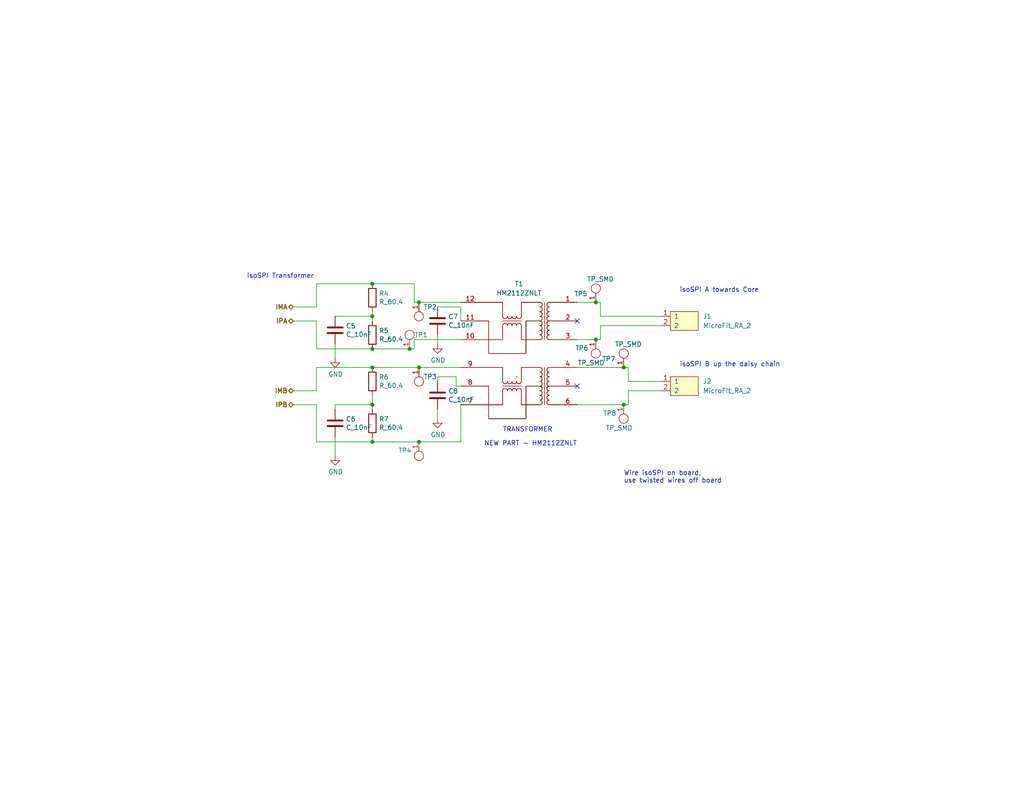
<source format=kicad_sch>
(kicad_sch (version 20230121) (generator eeschema)
  (paper "A")
  (title_block (title "MkVI BMS Cell Supervisory Circuit") (date "2022-12-04") (rev "0") (company "Olin Electric Motorsports") (comment 1 "Melissa Kazazic and Dasha Chadiuk"))
  (lib_symbols
    (symbol "OEM:10nF" (pin_numbers hide) (pin_names (offset 0.254))
      (property "Reference" "C" (at 0.635 2.54 0))
      (property "Value" "10nF" (at 0.635 -2.54 0))
      (symbol "10nF_0_1"
        (polyline (pts (xy -2.032 -0.762) (xy 2.032 -0.762)) (stroke (width 0.508)))
        (polyline (pts (xy -2.032 0.762) (xy 2.032 0.762)) (stroke (width 0.508)))
      )
      (symbol "10nF_1_1"
        (pin passive line (at 0 3.81 270) (length 2.794) (name "~") (number "1"))
        (pin passive line (at 0 -3.81 90) (length 2.794) (name "~") (number "2"))
      )
    )
    (symbol "OEM:60R4" (pin_numbers hide) (pin_names (offset 0))
      (property "Reference" "R" (at 2.032 0 90))
      (property "Value" "60R4" (at 0 0 90))
      (symbol "60R4_0_1"
        (rectangle (start -1.016 -2.54) (end 1.016 2.54) (stroke (width 0.254)))
      )
      (symbol "60R4_1_1"
        (pin passive line (at 0 3.81 270) (length 1.27) (name "~") (number "1"))
        (pin passive line (at 0 -3.81 90) (length 1.27) (name "~") (number "2"))
      )
    )
    (symbol "OEM:HM2112ZNLT" (pin_names (offset 0.762))
      (property "Reference" "T" (at -5.08 27.94 0))
      (property "Value" "HM2112ZNLT" (at -5.08 25.4 0))
      (symbol "HM2112ZNLT_0_0"
        (pin passive line (at -17.78 21.59 0) (length 5.08) (name "") (number "1"))
        (pin passive line (at 13.97 11.43 180) (length 5.08) (name "") (number "10"))
        (pin passive line (at 13.97 16.51 180) (length 5.08) (name "") (number "11"))
        (pin passive line (at 13.97 21.59 180) (length 5.08) (name "") (number "12"))
        (pin passive line (at -17.78 16.51 0) (length 5.08) (name "") (number "2"))
        (pin passive line (at -17.78 11.43 0) (length 5.08) (name "") (number "3"))
        (pin passive line (at -17.78 3.81 0) (length 5.08) (name "") (number "4"))
        (pin passive line (at -17.78 -1.27 0) (length 5.08) (name "") (number "5"))
        (pin passive line (at -17.78 -6.35 0) (length 5.08) (name "") (number "6"))
        (pin passive line (at 13.97 -6.35 180) (length 5.08) (name "") (number "7"))
        (pin passive line (at 13.97 -1.27 180) (length 5.08) (name "") (number "8"))
        (pin passive line (at 13.97 3.81 180) (length 5.08) (name "") (number "9"))
      )
      (symbol "HM2112ZNLT_0_1"
        (arc (start -10.16 -6.35) (mid -9.5277 -5.715) (end -10.16 -5.08))
        (arc (start -10.16 -6.35) (mid -9.5277 -5.715) (end -10.16 -5.08))
        (arc (start -10.16 -5.08) (mid -9.5277 -4.445) (end -10.16 -3.81))
        (arc (start -10.16 -5.08) (mid -9.5277 -4.445) (end -10.16 -3.81))
        (arc (start -10.16 -3.81) (mid -9.5277 -3.175) (end -10.16 -2.54))
        (arc (start -10.16 -3.81) (mid -9.5277 -3.175) (end -10.16 -2.54))
        (arc (start -10.16 -2.54) (mid -9.5277 -1.905) (end -10.16 -1.27))
        (arc (start -10.16 -2.54) (mid -9.5277 -1.905) (end -10.16 -1.27))
        (arc (start -10.16 -1.27) (mid -9.5277 -0.635) (end -10.16 0))
        (arc (start -10.16 -1.27) (mid -9.5277 -0.635) (end -10.16 0))
        (arc (start -10.16 0) (mid -9.5277 0.635) (end -10.16 1.27))
        (arc (start -10.16 0) (mid -9.5277 0.635) (end -10.16 1.27))
        (arc (start -10.16 1.27) (mid -9.5277 1.905) (end -10.16 2.54))
        (arc (start -10.16 1.27) (mid -9.5277 1.905) (end -10.16 2.54))
        (arc (start -10.16 2.54) (mid -9.5277 3.175) (end -10.16 3.81))
        (arc (start -10.16 2.54) (mid -9.5277 3.175) (end -10.16 3.81))
        (arc (start -10.16 11.43) (mid -9.5277 12.065) (end -10.16 12.7))
        (arc (start -10.16 11.43) (mid -9.5277 12.065) (end -10.16 12.7))
        (arc (start -10.16 12.7) (mid -9.5277 13.335) (end -10.16 13.97))
        (arc (start -10.16 12.7) (mid -9.5277 13.335) (end -10.16 13.97))
        (arc (start -10.16 13.97) (mid -9.5277 14.605) (end -10.16 15.24))
        (arc (start -10.16 13.97) (mid -9.5277 14.605) (end -10.16 15.24))
        (arc (start -10.16 15.24) (mid -9.5277 15.875) (end -10.16 16.51))
        (arc (start -10.16 15.24) (mid -9.5277 15.875) (end -10.16 16.51))
        (arc (start -10.16 16.51) (mid -9.5277 17.145) (end -10.16 17.78))
        (arc (start -10.16 16.51) (mid -9.5277 17.145) (end -10.16 17.78))
        (arc (start -10.16 17.78) (mid -9.5277 18.415) (end -10.16 19.05))
        (arc (start -10.16 17.78) (mid -9.5277 18.415) (end -10.16 19.05))
        (arc (start -10.16 19.05) (mid -9.5277 19.685) (end -10.16 20.32))
        (arc (start -10.16 19.05) (mid -9.5277 19.685) (end -10.16 20.32))
        (arc (start -10.16 20.32) (mid -9.5277 20.955) (end -10.16 21.59))
        (arc (start -10.16 20.32) (mid -9.5277 20.955) (end -10.16 21.59))
        (arc (start -7.62 -5.08) (mid -8.2523 -5.715) (end -7.62 -6.35))
        (arc (start -7.62 -5.08) (mid -8.2523 -5.715) (end -7.62 -6.35))
        (arc (start -7.62 -3.81) (mid -8.2523 -4.445) (end -7.62 -5.08))
        (arc (start -7.62 -3.81) (mid -8.2523 -4.445) (end -7.62 -5.08))
        (arc (start -7.62 -2.54) (mid -8.2523 -3.175) (end -7.62 -3.81))
        (arc (start -7.62 -2.54) (mid -8.2523 -3.175) (end -7.62 -3.81))
        (arc (start -7.62 -1.27) (mid -8.2523 -1.905) (end -7.62 -2.54))
        (arc (start -7.62 -1.27) (mid -8.2523 -1.905) (end -7.62 -2.54))
        (arc (start -7.62 0) (mid -8.2523 -0.635) (end -7.62 -1.27))
        (arc (start -7.62 0) (mid -8.2523 -0.635) (end -7.62 -1.27))
        (arc (start -7.62 1.27) (mid -8.2523 0.635) (end -7.62 0))
        (arc (start -7.62 1.27) (mid -8.2523 0.635) (end -7.62 0))
        (arc (start -7.62 2.54) (mid -8.2523 1.905) (end -7.62 1.27))
        (arc (start -7.62 2.54) (mid -8.2523 1.905) (end -7.62 1.27))
        (arc (start -7.62 3.81) (mid -8.2523 3.175) (end -7.62 2.54))
        (arc (start -7.62 3.81) (mid -8.2523 3.175) (end -7.62 2.54))
        (arc (start -7.62 12.7) (mid -8.2523 12.065) (end -7.62 11.43))
        (arc (start -7.62 12.7) (mid -8.2523 12.065) (end -7.62 11.43))
        (arc (start -7.62 13.97) (mid -8.2523 13.335) (end -7.62 12.7))
        (arc (start -7.62 13.97) (mid -8.2523 13.335) (end -7.62 12.7))
        (arc (start -7.62 15.24) (mid -8.2523 14.605) (end -7.62 13.97))
        (arc (start -7.62 15.24) (mid -8.2523 14.605) (end -7.62 13.97))
        (arc (start -7.62 16.51) (mid -8.2523 15.875) (end -7.62 15.24))
        (arc (start -7.62 16.51) (mid -8.2523 15.875) (end -7.62 15.24))
        (arc (start -7.62 17.78) (mid -8.2523 17.145) (end -7.62 16.51))
        (arc (start -7.62 17.78) (mid -8.2523 17.145) (end -7.62 16.51))
        (arc (start -7.62 19.05) (mid -8.2523 18.415) (end -7.62 17.78))
        (arc (start -7.62 19.05) (mid -8.2523 18.415) (end -7.62 17.78))
        (arc (start -7.62 20.32) (mid -8.2523 19.685) (end -7.62 19.05))
        (arc (start -7.62 20.32) (mid -8.2523 19.685) (end -7.62 19.05))
        (arc (start -7.62 21.59) (mid -8.2523 20.955) (end -7.62 20.32))
        (arc (start -7.62 21.59) (mid -8.2523 20.955) (end -7.62 20.32))
        (arc (start -2.54 0) (mid -1.905 -0.6323) (end -1.27 0))
        (arc (start -2.54 0) (mid -1.905 -0.6323) (end -1.27 0))
        (arc (start -2.54 17.78) (mid -1.905 17.1477) (end -1.27 17.78))
        (arc (start -2.54 17.78) (mid -1.905 17.1477) (end -1.27 17.78))
        (arc (start -1.27 -2.54) (mid -1.905 -1.9077) (end -2.54 -2.54))
        (arc (start -1.27 -2.54) (mid -1.905 -1.9077) (end -2.54 -2.54))
        (arc (start -1.27 0) (mid -0.635 -0.6323) (end 0 0))
        (arc (start -1.27 0) (mid -0.635 -0.6323) (end 0 0))
        (circle (center -1.27 1.27) (radius 0.0001))
        (arc (start -1.27 15.24) (mid -1.905 15.8723) (end -2.54 15.24))
        (arc (start -1.27 15.24) (mid -1.905 15.8723) (end -2.54 15.24))
        (arc (start -1.27 17.78) (mid -0.635 17.1477) (end 0 17.78))
        (arc (start -1.27 17.78) (mid -0.635 17.1477) (end 0 17.78))
        (arc (start 0 -2.54) (mid -0.635 -1.9077) (end -1.27 -2.54))
        (arc (start 0 -2.54) (mid -0.635 -1.9077) (end -1.27 -2.54))
        (polyline (pts (xy -10.16 -6.35) (xy -12.7 -6.35)))
        (polyline (pts (xy -10.16 -6.35) (xy -12.7 -6.35)))
        (polyline (pts (xy -10.16 -1.27) (xy -12.7 -1.27)))
        (polyline (pts (xy -10.16 -1.27) (xy -12.7 -1.27)))
        (polyline (pts (xy -10.16 3.81) (xy -12.7 3.81)))
        (polyline (pts (xy -10.16 3.81) (xy -12.7 3.81)))
        (polyline (pts (xy -10.16 11.43) (xy -12.7 11.43)))
        (polyline (pts (xy -10.16 11.43) (xy -12.7 11.43)))
        (polyline (pts (xy -10.16 16.51) (xy -12.7 16.51)))
        (polyline (pts (xy -10.16 16.51) (xy -12.7 16.51)))
        (polyline (pts (xy -10.16 21.59) (xy -12.7 21.59)))
        (polyline (pts (xy -10.16 21.59) (xy -12.7 21.59)))
        (polyline (pts (xy -8.89 3.81) (xy -8.89 -6.35)))
        (polyline (pts (xy -8.89 21.59) (xy -8.89 11.43)))
        (polyline (pts (xy -2.54 -1.27) (xy 2.54 -1.27)))
        (polyline (pts (xy -2.54 1.27) (xy -2.54 0)))
        (polyline (pts (xy -2.54 1.27) (xy -2.54 0)))
        (polyline (pts (xy -2.54 16.51) (xy 2.54 16.51)))
        (polyline (pts (xy -2.54 19.05) (xy -2.54 17.78)))
        (polyline (pts (xy -2.54 19.05) (xy -2.54 17.78)))
        (polyline (pts (xy -7.62 -6.35) (xy -2.54 -6.35) (xy -2.54 -2.54)))
        (polyline (pts (xy -7.62 -6.35) (xy -2.54 -6.35) (xy -2.54 -2.54)))
        (polyline (pts (xy -7.62 3.81) (xy -2.54 3.81) (xy -2.54 1.27)))
        (polyline (pts (xy -7.62 3.81) (xy -2.54 3.81) (xy -2.54 1.27)))
        (polyline (pts (xy -7.62 11.43) (xy -2.54 11.43) (xy -2.54 15.24)))
        (polyline (pts (xy -7.62 11.43) (xy -2.54 11.43) (xy -2.54 15.24)))
        (polyline (pts (xy -7.62 21.59) (xy -2.54 21.59) (xy -2.54 19.05)))
        (polyline (pts (xy -7.62 21.59) (xy -2.54 21.59) (xy -2.54 19.05)))
        (polyline (pts (xy 2.54 -2.54) (xy 2.54 -6.35) (xy 8.89 -6.35)))
        (polyline (pts (xy 2.54 -2.54) (xy 2.54 -6.35) (xy 8.89 -6.35)))
        (polyline (pts (xy 2.54 0) (xy 2.54 3.81) (xy 8.89 3.81)))
        (polyline (pts (xy 2.54 0) (xy 2.54 3.81) (xy 8.89 3.81)))
        (polyline (pts (xy 2.54 15.24) (xy 2.54 11.43) (xy 8.89 11.43)))
        (polyline (pts (xy 2.54 15.24) (xy 2.54 11.43) (xy 8.89 11.43)))
        (polyline (pts (xy 2.54 17.78) (xy 2.54 21.59) (xy 8.89 21.59)))
        (polyline (pts (xy 2.54 17.78) (xy 2.54 21.59) (xy 8.89 21.59)))
        (polyline (pts (xy -7.62 -1.27) (xy -3.81 -1.27) (xy -3.81 -10.16) (xy 6.35 -10.16) (xy 6.35 -1.27) (xy 8.89 -1.27)))
        (polyline (pts (xy -7.62 -1.27) (xy -3.81 -1.27) (xy -3.81 -10.16) (xy 6.35 -10.16) (xy 6.35 -1.27) (xy 8.89 -1.27)))
        (polyline (pts (xy -7.62 16.51) (xy -3.81 16.51) (xy -3.81 7.62) (xy 6.35 7.62) (xy 6.35 16.51) (xy 8.89 16.51)))
        (polyline (pts (xy -7.62 16.51) (xy -3.81 16.51) (xy -3.81 7.62) (xy 6.35 7.62) (xy 6.35 16.51) (xy 8.89 16.51)))
        (arc (start 0 0) (mid 0.635 -0.6323) (end 1.27 0))
        (arc (start 0 0) (mid 0.635 -0.6323) (end 1.27 0))
        (arc (start 0 15.24) (mid -0.635 15.8723) (end -1.27 15.24))
        (arc (start 0 15.24) (mid -0.635 15.8723) (end -1.27 15.24))
        (arc (start 0 17.78) (mid 0.635 17.1477) (end 1.27 17.78))
        (arc (start 0 17.78) (mid 0.635 17.1477) (end 1.27 17.78))
        (arc (start 1.27 -2.54) (mid 0.635 -1.9077) (end 0 -2.54))
        (arc (start 1.27 -2.54) (mid 0.635 -1.9077) (end 0 -2.54))
        (arc (start 1.27 0) (mid 1.905 -0.6323) (end 2.54 0))
        (arc (start 1.27 0) (mid 1.905 -0.6323) (end 2.54 0))
        (arc (start 1.27 15.24) (mid 0.635 15.8723) (end 0 15.24))
        (arc (start 1.27 15.24) (mid 0.635 15.8723) (end 0 15.24))
        (arc (start 1.27 17.78) (mid 1.905 17.1477) (end 2.54 17.78))
        (arc (start 1.27 17.78) (mid 1.905 17.1477) (end 2.54 17.78))
        (arc (start 2.54 -2.54) (mid 1.905 -1.9077) (end 1.27 -2.54))
        (arc (start 2.54 -2.54) (mid 1.905 -1.9077) (end 1.27 -2.54))
        (arc (start 2.54 15.24) (mid 1.905 15.8723) (end 1.27 15.24))
        (arc (start 2.54 15.24) (mid 1.905 15.8723) (end 1.27 15.24))
      )
    )
    (symbol "OEM:MicroFit_RA_2" (pin_names (offset 1.016))
      (property "Reference" "J" (at -2.54 1.27 0))
      (property "Value" "MicroFit_RA_2" (at 0 -3.81 0))
      (symbol "MicroFit_RA_2_1_1"
        (rectangle (start 3.81 -2.54) (end -3.81 2.54) (fill (type background)))
        (pin bidirectional line (at 6.35 1.27 180) (length 2.54) (name "1") (number "1"))
        (pin bidirectional line (at 6.35 -1.27 180) (length 2.54) (name "2") (number "2"))
      )
    )
    (symbol "OEM:TP_SMD" (pin_names (offset 1.016))
      (property "Reference" "TP" (at 0 7.62 0))
      (property "Value" "TP_SMD" (at 1.27 5.08 0))
      (symbol "TP_SMD_1_1"
        (circle (center 0 2.54) (radius 1.27))
        (pin input line (at 0 -1.27 90) (length 2.54) (name "~") (number "1"))
      )
    )
    (symbol "power:GND" (power) (pin_names (offset 0))
      (property "Value" "GND" (at 0 -3.81 0))
      (symbol "GND_0_1"
        (polyline (pts (xy 0 0) (xy 0 -1.27) (xy 1.27 -1.27) (xy 0 -2.54) (xy -1.27 -1.27) (xy 0 -1.27)))
      )
      (symbol "GND_1_1"
        (pin power_in line (at 0 0 270) (length 0) hide (name "GND") (number "1"))
      )
    )
  )
  (junction (at 114.3 82.55))
  (junction (at 114.3 100.33))
  (junction (at 114.3 120.65))
  (junction (at 101.6 110.49))
  (junction (at 111.76 95.25))
  (junction (at 162.56 82.55))
  (junction (at 101.6 86.36))
  (junction (at 101.6 95.25))
  (junction (at 101.6 100.33))
  (junction (at 101.6 77.47))
  (junction (at 101.6 120.65))
  (junction (at 170.18 110.49))
  (junction (at 162.56 92.71))
  (junction (at 170.18 100.33))
  (no_connect (at 157.48 87.63))
  (no_connect (at 157.48 105.41))
  (wire (pts (xy 171.45 100.33) (xy 171.45 104.14)))
  (wire (pts (xy 86.36 120.65) (xy 86.36 110.49)))
  (wire (pts (xy 101.6 85.09) (xy 101.6 86.36)))
  (wire (pts (xy 170.18 100.33) (xy 171.45 100.33)))
  (wire (pts (xy 163.83 86.36) (xy 180.34 86.36)))
  (wire (pts (xy 101.6 86.36) (xy 101.6 87.63)))
  (wire (pts (xy 119.38 102.87) (xy 119.38 104.14)))
  (wire (pts (xy 171.45 104.14) (xy 180.34 104.14)))
  (wire (pts (xy 125.73 105.41) (xy 124.46 105.41)))
  (wire (pts (xy 86.36 87.63) (xy 80.01 87.63)))
  (wire (pts (xy 86.36 95.25) (xy 101.6 95.25)))
  (wire (pts (xy 163.83 88.9) (xy 163.83 92.71)))
  (wire (pts (xy 157.48 110.49) (xy 170.18 110.49)))
  (wire (pts (xy 125.73 83.82) (xy 119.38 83.82)))
  (wire (pts (xy 101.6 120.65) (xy 86.36 120.65)))
  (wire (pts (xy 101.6 100.33) (xy 114.3 100.33)))
  (wire (pts (xy 119.38 111.76) (xy 119.38 114.3)))
  (wire (pts (xy 157.48 100.33) (xy 170.18 100.33)))
  (wire (pts (xy 86.36 83.82) (xy 80.01 83.82)))
  (wire (pts (xy 101.6 110.49) (xy 91.44 110.49)))
  (wire (pts (xy 124.46 102.87) (xy 119.38 102.87)))
  (wire (pts (xy 125.73 82.55) (xy 114.3 82.55)))
  (wire (pts (xy 163.83 82.55) (xy 162.56 82.55)))
  (wire (pts (xy 91.44 93.98) (xy 91.44 97.79)))
  (wire (pts (xy 114.3 120.65) (xy 125.73 120.65)))
  (wire (pts (xy 86.36 106.68) (xy 80.01 106.68)))
  (wire (pts (xy 91.44 110.49) (xy 91.44 111.76)))
  (wire (pts (xy 101.6 107.95) (xy 101.6 110.49)))
  (wire (pts (xy 101.6 120.65) (xy 114.3 120.65)))
  (wire (pts (xy 111.76 95.25) (xy 113.03 95.25)))
  (wire (pts (xy 86.36 87.63) (xy 86.36 95.25)))
  (wire (pts (xy 113.03 82.55) (xy 113.03 77.47)))
  (wire (pts (xy 101.6 119.38) (xy 101.6 120.65)))
  (wire (pts (xy 101.6 95.25) (xy 111.76 95.25)))
  (wire (pts (xy 86.36 100.33) (xy 101.6 100.33)))
  (wire (pts (xy 86.36 77.47) (xy 101.6 77.47)))
  (wire (pts (xy 101.6 77.47) (xy 113.03 77.47)))
  (wire (pts (xy 163.83 86.36) (xy 163.83 82.55)))
  (wire (pts (xy 125.73 110.49) (xy 125.73 120.65)))
  (wire (pts (xy 180.34 88.9) (xy 163.83 88.9)))
  (wire (pts (xy 114.3 82.55) (xy 113.03 82.55)))
  (wire (pts (xy 101.6 110.49) (xy 101.6 111.76)))
  (wire (pts (xy 171.45 110.49) (xy 171.45 106.68)))
  (wire (pts (xy 101.6 86.36) (xy 91.44 86.36)))
  (wire (pts (xy 86.36 77.47) (xy 86.36 83.82)))
  (wire (pts (xy 114.3 100.33) (xy 125.73 100.33)))
  (wire (pts (xy 162.56 82.55) (xy 157.48 82.55)))
  (wire (pts (xy 113.03 92.71) (xy 113.03 95.25)))
  (wire (pts (xy 91.44 119.38) (xy 91.44 124.46)))
  (wire (pts (xy 86.36 100.33) (xy 86.36 106.68)))
  (wire (pts (xy 125.73 87.63) (xy 125.73 83.82)))
  (wire (pts (xy 162.56 92.71) (xy 163.83 92.71)))
  (wire (pts (xy 157.48 92.71) (xy 162.56 92.71)))
  (wire (pts (xy 124.46 105.41) (xy 124.46 102.87)))
  (wire (pts (xy 170.18 110.49) (xy 171.45 110.49)))
  (wire (pts (xy 125.73 92.71) (xy 113.03 92.71)))
  (wire (pts (xy 171.45 106.68) (xy 180.34 106.68)))
  (wire (pts (xy 86.36 110.49) (xy 80.01 110.49)))
  (wire (pts (xy 119.38 91.44) (xy 119.38 93.98)))
  (text "isoSPI B up the daisy chain\n" (at 185.42 100.33 0) (effects (font (size 1.27 1.27)) (justify left bottom)))
  (text "TRANSFORMER" (at 137.16 118.11 0) (effects (font (size 1.27 1.27)) (justify left bottom)))
  (text "isoSPI Transformer" (at 67.31 76.2 0) (effects (font (size 1.27 1.27)) (justify left bottom)))
  (text "NEW PART - HM2112ZNLT" (at 132.08 121.92 0) (effects (font (size 1.27 1.27)) (justify left bottom)))
  (text "isoSPI A towards Core" (at 185.42 80.01 0) (effects (font (size 1.27 1.27)) (justify left bottom)))
  (text "Wire isoSPI on board, \nuse twisted wires off board" (at 170.18 132.08 0) (effects (font (size 1.27 1.27)) (justify left bottom)))
  (hierarchical_label "IMB" (shape bidirectional) (at 80.01 106.68 180) (effects (font bold)))
  (hierarchical_label "IMA" (shape bidirectional) (at 80.01 83.82 180) (effects (font bold)))
  (hierarchical_label "IPB" (shape bidirectional) (at 80.01 110.49 180) (effects (font bold)))
  (hierarchical_label "IPA" (shape bidirectional) (at 80.01 87.63 180) (effects (font bold)))
  (symbol (lib_id "OEM:TP_SMD") (at 114.3 121.92 180) (unit 1)
    (property "Reference" "TP4" (at 112.3188 122.9868 0) (effects (justify left)))
    (property "Value" "TP_SMD" (effects hide))
    (property "Footprint" "footprints:Test_Point_SMD" (effects hide))
    (property "MPN" "5019" (effects hide))
    (property "MFN" "Keystone" (effects hide))
    (property "DKPN" "36-5019TR-ND" (effects hide))
    (property "NewDesigns" "YES" (effects hide))
    (property "Stocked" "Reel" (effects hide))
    (property "Package" "Custom" (effects hide))
    (property "Style" "SMD" (effects hide))
  )
  (symbol (lib_id "OEM:TP_SMD") (at 170.18 99.06 0) (unit 1)
    (property "Reference" "TP7" (at 167.9448 97.9932 0) (effects (justify right)))
    (property "Value" "TP_SMD" (at 171.45 93.98 0))
    (property "Footprint" "footprints:Test_Point_SMD" (effects hide))
    (property "MPN" "5019" (effects hide))
    (property "MFN" "Keystone" (effects hide))
    (property "DKPN" "36-5019TR-ND" (effects hide))
    (property "NewDesigns" "YES" (effects hide))
    (property "Stocked" "Reel" (effects hide))
    (property "Package" "Custom" (effects hide))
    (property "Style" "SMD" (effects hide))
  )
  (symbol (lib_id "power:GND") (at 91.44 97.79 0) (unit 1)
    (property "Reference" "#PWR?" (effects hide))
    (property "Value" "GND" (at 91.567 102.1842 0))
  )
  (symbol (lib_id "OEM:TP_SMD") (at 114.3 83.82 180) (unit 1)
    (property "Reference" "TP2" (at 115.57 83.82 0) (effects (justify right)))
    (property "Value" "TP_SMD" (effects hide))
    (property "Footprint" "footprints:Test_Point_SMD" (effects hide))
    (property "MPN" "5019" (effects hide))
    (property "MFN" "Keystone" (effects hide))
    (property "DKPN" "36-5019TR-ND" (effects hide))
    (property "NewDesigns" "YES" (effects hide))
    (property "Stocked" "Reel" (effects hide))
    (property "Package" "Custom" (effects hide))
    (property "Style" "SMD" (effects hide))
  )
  (symbol (lib_id "OEM:TP_SMD") (at 114.3 101.6 180) (unit 1)
    (property "Reference" "TP3" (at 115.57 102.87 0) (effects (justify right)))
    (property "Value" "TP_SMD" (effects hide))
    (property "Footprint" "footprints:Test_Point_SMD" (effects hide))
    (property "MPN" "5019" (effects hide))
    (property "MFN" "Keystone" (effects hide))
    (property "DKPN" "36-5019TR-ND" (effects hide))
    (property "NewDesigns" "YES" (effects hide))
    (property "Stocked" "Reel" (effects hide))
    (property "Package" "Custom" (effects hide))
    (property "Style" "SMD" (effects hide))
  )
  (symbol (lib_id "OEM:60R4") (at 101.6 91.44 0) (unit 1)
    (property "Reference" "R5" (at 103.378 90.2716 0) (effects (justify left)))
    (property "Value" "R_60.4" (at 103.378 92.583 0) (effects (justify left)))
    (property "Footprint" "OEM:R_0603" (effects hide))
    (property "Datasheet" "${OEM_DIR}/parts/datasheets/stackpole_RMCF_RMCP.pdf" (effects hide))
    (property "MFN" "Stackpole Electronics" (effects hide))
    (property "MPN" "RMCF0603FT60R4" (effects hide))
    (property "DKPN" "RMCF0603FT60R4DKR-ND" (effects hide))
    (property "NewDesigns" "YES" (effects hide))
    (property "Stocked" "Digi-Reel" (effects hide))
    (property "Package" "0603" (effects hide))
    (property "Style" "SMD" (effects hide))
  )
  (symbol (lib_id "OEM:60R4") (at 101.6 115.57 0) (unit 1)
    (property "Reference" "R7" (at 103.378 114.4016 0) (effects (justify left)))
    (property "Value" "R_60.4" (at 103.378 116.713 0) (effects (justify left)))
    (property "Footprint" "OEM:R_0603" (effects hide))
    (property "Datasheet" "${OEM_DIR}/parts/datasheets/stackpole_RMCF_RMCP.pdf" (effects hide))
    (property "MFN" "Stackpole Electronics" (effects hide))
    (property "MPN" "RMCF0603FT60R4" (effects hide))
    (property "DKPN" "RMCF0603FT60R4DKR-ND" (effects hide))
    (property "NewDesigns" "YES" (effects hide))
    (property "Stocked" "Digi-Reel" (effects hide))
    (property "Package" "0603" (effects hide))
    (property "Style" "SMD" (effects hide))
  )
  (symbol (lib_id "OEM:TP_SMD") (at 162.56 81.28 0) (unit 1)
    (property "Reference" "TP5" (at 160.3248 80.2132 0) (effects (justify right)))
    (property "Value" "TP_SMD" (at 163.83 76.2 0))
    (property "Footprint" "footprints:Test_Point_SMD" (effects hide))
    (property "MPN" "5019" (effects hide))
    (property "MFN" "Keystone" (effects hide))
    (property "DKPN" "36-5019TR-ND" (effects hide))
    (property "NewDesigns" "YES" (effects hide))
    (property "Stocked" "Reel" (effects hide))
    (property "Package" "Custom" (effects hide))
    (property "Style" "SMD" (effects hide))
  )
  (symbol (lib_id "OEM:10nF") (at 119.38 87.63 0) (unit 1)
    (property "Reference" "C7" (at 122.301 86.4616 0) (effects (justify left)))
    (property "Value" "C_10nF" (at 122.301 88.773 0) (effects (justify left)))
    (property "Footprint" "OEM:C_0603" (effects hide))
    (property "Datasheet" "${OEM_DIR}/parts/datasheets/samsung_CL10B103KB8NNNC.pdf" (effects hide))
    (property "MFN" "Samsung Electro-Mechanics" (effects hide))
    (property "MPN" "CL10B103KB8NNNC" (effects hide))
    (property "DKPN" "1276-1009-2-ND" (effects hide))
    (property "Package" "0603" (effects hide))
    (property "Stocked" "Reel" (effects hide))
    (property "NewDesigns" "YES" (effects hide))
    (property "Style" "SMD" (effects hide))
  )
  (symbol (lib_id "OEM:60R4") (at 101.6 81.28 0) (unit 1)
    (property "Reference" "R4" (at 103.378 80.1116 0) (effects (justify left)))
    (property "Value" "R_60.4" (at 103.378 82.423 0) (effects (justify left)))
    (property "Footprint" "OEM:R_0603" (effects hide))
    (property "Datasheet" "${OEM_DIR}/parts/datasheets/stackpole_RMCF_RMCP.pdf" (effects hide))
    (property "MFN" "Stackpole Electronics" (effects hide))
    (property "MPN" "RMCF0603FT60R4" (effects hide))
    (property "DKPN" "RMCF0603FT60R4DKR-ND" (effects hide))
    (property "NewDesigns" "YES" (effects hide))
    (property "Stocked" "Digi-Reel" (effects hide))
    (property "Package" "0603" (effects hide))
    (property "Style" "SMD" (effects hide))
  )
  (symbol (lib_id "OEM:MicroFit_RA_2") (at 186.69 105.41 0) (mirror y) (unit 1)
    (property "Reference" "J2" (at 191.77 104.1399 0) (effects (justify right)))
    (property "Value" "MicroFit_RA_2" (at 191.77 106.6799 0) (effects (justify right)))
    (property "Footprint" "footprints:MicroFit_RA_2" (effects hide))
    (property "Datasheet" "https://www.molex.com/pdm_docs/sd/436500201_sd.pdf" (effects hide))
    (property "MFN" "Molex" (effects hide))
    (property "MPN" "0436500201" (effects hide))
    (property "DKPN" "WM1865-ND" (effects hide))
    (property "NewDesigns" "YES" (effects hide))
    (property "Stocked" "Tray" (effects hide))
    (property "Package" "Custom" (effects hide))
    (property "Style" "THT" (effects hide))
    (property "MatesWith" "0436450200" (effects hide))
  )
  (symbol (lib_id "OEM:TP_SMD") (at 162.56 93.98 180) (unit 1)
    (property "Reference" "TP6" (at 160.5788 95.0468 0) (effects (justify left)))
    (property "Value" "TP_SMD" (at 161.29 99.06 0))
    (property "Footprint" "footprints:Test_Point_SMD" (effects hide))
    (property "MPN" "5019" (effects hide))
    (property "MFN" "Keystone" (effects hide))
    (property "DKPN" "36-5019TR-ND" (effects hide))
    (property "NewDesigns" "YES" (effects hide))
    (property "Stocked" "Reel" (effects hide))
    (property "Package" "Custom" (effects hide))
    (property "Style" "SMD" (effects hide))
  )
  (symbol (lib_id "OEM:HM2112ZNLT") (at 139.7 104.14 0) (mirror y) (unit 1)
    (property "Reference" "T1" (at 141.605 77.47 0))
    (property "Value" "HM2112ZNLT" (at 141.605 80.01 0))
    (property "Footprint" "footprints:HM2112ZNLT" (effects hide))
    (property "Datasheet" "https://productfinder.pulseeng.com/doc_type/WEB301/doc_num/HM2112ZNL/doc_part/HM2112ZNL.pdf" (effects hide))
    (property "MPN" "HM2112ZNLT" (effects hide))
    (property "MFN" "Pulse" (effects hide))
    (property "DKPN" "553-HM2112ZNLTCT-ND" (effects hide))
    (property "NewDesigns" "YES" (effects hide))
    (property "Stocked" "Tape" (effects hide))
    (property "Package" "Custom" (effects hide))
    (property "Style" "SMD" (effects hide))
  )
  (symbol (lib_id "power:GND") (at 119.38 93.98 0) (unit 1)
    (property "Reference" "#PWR?" (effects hide))
    (property "Value" "GND" (at 119.507 98.3742 0))
  )
  (symbol (lib_id "power:GND") (at 119.38 114.3 0) (unit 1)
    (property "Reference" "#PWR?" (effects hide))
    (property "Value" "GND" (at 119.507 118.6942 0))
  )
  (symbol (lib_id "OEM:TP_SMD") (at 111.76 93.98 0) (unit 1)
    (property "Reference" "TP1" (at 113.03 91.44 0) (effects (justify left)))
    (property "Value" "TP_SMD" (effects hide))
    (property "Footprint" "footprints:Test_Point_SMD" (effects hide))
    (property "MPN" "5019" (effects hide))
    (property "MFN" "Keystone" (effects hide))
    (property "DKPN" "36-5019TR-ND" (effects hide))
    (property "NewDesigns" "YES" (effects hide))
    (property "Stocked" "Reel" (effects hide))
    (property "Package" "Custom" (effects hide))
    (property "Style" "SMD" (effects hide))
  )
  (symbol (lib_id "OEM:MicroFit_RA_2") (at 186.69 87.63 0) (mirror y) (unit 1)
    (property "Reference" "J1" (at 191.77 86.3599 0) (effects (justify right)))
    (property "Value" "MicroFit_RA_2" (at 191.77 88.8999 0) (effects (justify right)))
    (property "Footprint" "footprints:MicroFit_RA_2" (effects hide))
    (property "Datasheet" "https://www.molex.com/pdm_docs/sd/436500201_sd.pdf" (effects hide))
    (property "MFN" "Molex" (effects hide))
    (property "MPN" "0436500201" (effects hide))
    (property "DKPN" "WM1865-ND" (effects hide))
    (property "NewDesigns" "YES" (effects hide))
    (property "Stocked" "Tray" (effects hide))
    (property "Package" "Custom" (effects hide))
    (property "Style" "THT" (effects hide))
    (property "MatesWith" "0436450200" (effects hide))
  )
  (symbol (lib_id "OEM:TP_SMD") (at 170.18 111.76 180) (unit 1)
    (property "Reference" "TP8" (at 168.1988 112.8268 0) (effects (justify left)))
    (property "Value" "TP_SMD" (at 168.91 116.84 0))
    (property "Footprint" "footprints:Test_Point_SMD" (effects hide))
    (property "MPN" "5019" (effects hide))
    (property "MFN" "Keystone" (effects hide))
    (property "DKPN" "36-5019TR-ND" (effects hide))
    (property "NewDesigns" "YES" (effects hide))
    (property "Stocked" "Reel" (effects hide))
    (property "Package" "Custom" (effects hide))
    (property "Style" "SMD" (effects hide))
  )
  (symbol (lib_id "OEM:10nF") (at 91.44 115.57 0) (unit 1)
    (property "Reference" "C6" (at 94.361 114.4016 0) (effects (justify left)))
    (property "Value" "C_10nF" (at 94.361 116.713 0) (effects (justify left)))
    (property "Footprint" "OEM:C_0603" (effects hide))
    (property "Datasheet" "${OEM_DIR}/parts/datasheets/samsung_CL10B103KB8NNNC.pdf" (effects hide))
    (property "MFN" "Samsung Electro-Mechanics" (effects hide))
    (property "MPN" "CL10B103KB8NNNC" (effects hide))
    (property "DKPN" "1276-1009-2-ND" (effects hide))
    (property "Package" "0603" (effects hide))
    (property "Stocked" "Reel" (effects hide))
    (property "NewDesigns" "YES" (effects hide))
    (property "Style" "SMD" (effects hide))
  )
  (symbol (lib_id "OEM:60R4") (at 101.6 104.14 0) (unit 1)
    (property "Reference" "R6" (at 103.378 102.9716 0) (effects (justify left)))
    (property "Value" "R_60.4" (at 103.378 105.283 0) (effects (justify left)))
    (property "Footprint" "OEM:R_0603" (effects hide))
    (property "Datasheet" "${OEM_DIR}/parts/datasheets/stackpole_RMCF_RMCP.pdf" (effects hide))
    (property "MFN" "Stackpole Electronics" (effects hide))
    (property "MPN" "RMCF0603FT60R4" (effects hide))
    (property "DKPN" "RMCF0603FT60R4DKR-ND" (effects hide))
    (property "NewDesigns" "YES" (effects hide))
    (property "Stocked" "Digi-Reel" (effects hide))
    (property "Package" "0603" (effects hide))
    (property "Style" "SMD" (effects hide))
  )
  (symbol (lib_id "OEM:10nF") (at 91.44 90.17 0) (unit 1)
    (property "Reference" "C5" (at 94.361 89.0016 0) (effects (justify left)))
    (property "Value" "C_10nF" (at 94.361 91.313 0) (effects (justify left)))
    (property "Footprint" "OEM:C_0603" (effects hide))
    (property "Datasheet" "${OEM_DIR}/parts/datasheets/samsung_CL10B103KB8NNNC.pdf" (effects hide))
    (property "MFN" "Samsung Electro-Mechanics" (effects hide))
    (property "MPN" "CL10B103KB8NNNC" (effects hide))
    (property "DKPN" "1276-1009-2-ND" (effects hide))
    (property "Package" "0603" (effects hide))
    (property "Stocked" "Reel" (effects hide))
    (property "NewDesigns" "YES" (effects hide))
    (property "Style" "SMD" (effects hide))
  )
  (symbol (lib_id "OEM:10nF") (at 119.38 107.95 0) (unit 1)
    (property "Reference" "C8" (at 122.301 106.7816 0) (effects (justify left)))
    (property "Value" "C_10nF" (at 122.301 109.093 0) (effects (justify left)))
    (property "Footprint" "OEM:C_0603" (effects hide))
    (property "Datasheet" "${OEM_DIR}/parts/datasheets/samsung_CL10B103KB8NNNC.pdf" (effects hide))
    (property "MFN" "Samsung Electro-Mechanics" (effects hide))
    (property "MPN" "CL10B103KB8NNNC" (effects hide))
    (property "DKPN" "1276-1009-2-ND" (effects hide))
    (property "Package" "0603" (effects hide))
    (property "Stocked" "Reel" (effects hide))
    (property "NewDesigns" "YES" (effects hide))
    (property "Style" "SMD" (effects hide))
  )
  (symbol (lib_id "power:GND") (at 91.44 124.46 0) (unit 1)
    (property "Reference" "#PWR?" (effects hide))
    (property "Value" "GND" (at 91.567 128.8542 0))
  )
)
</source>
